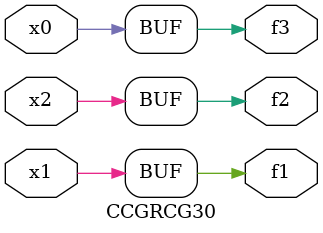
<source format=v>
module CCGRCG30(
	input x0, x1, x2,
	output f1, f2, f3
);
	assign f1 = x1;
	assign f2 = x2;
	assign f3 = x0;
endmodule

</source>
